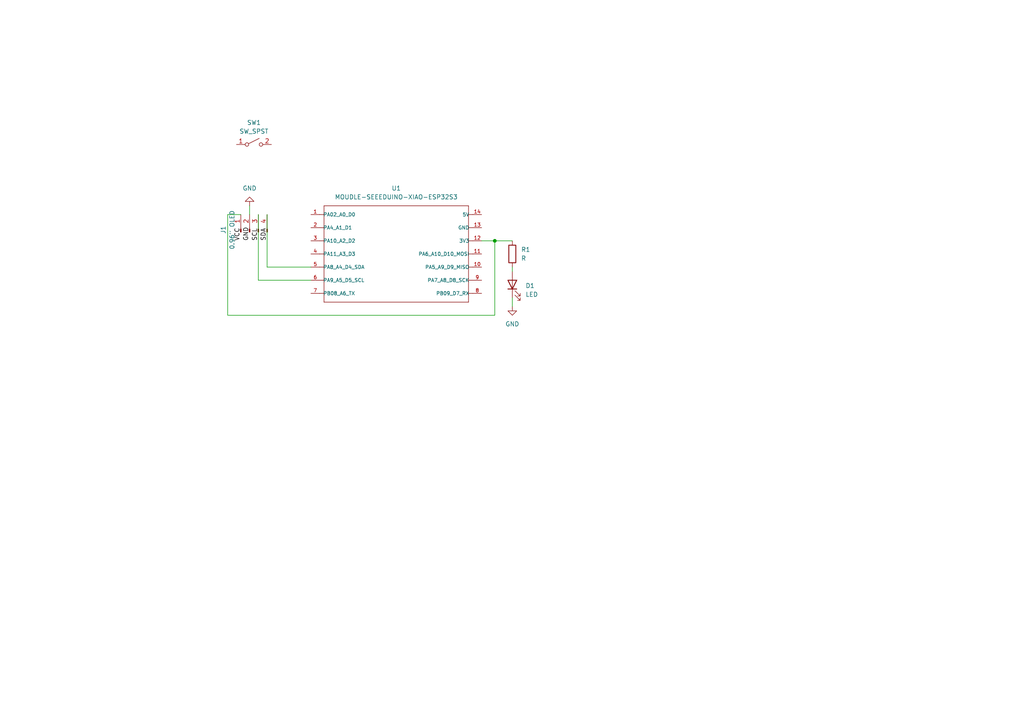
<source format=kicad_sch>
(kicad_sch (version 20230121) (generator eeschema)

  (uuid f9118be9-4412-4de0-ae6d-be2e07e24b34)

  (paper "A4")

  (lib_symbols
    (symbol "Connector:Conn_01x04_Pin" (pin_names (offset 1.016) hide) (in_bom yes) (on_board yes)
      (property "Reference" "J" (at 0 5.08 0)
        (effects (font (size 1.27 1.27)))
      )
      (property "Value" "Conn_01x04_Pin" (at 0 -7.62 0)
        (effects (font (size 1.27 1.27)))
      )
      (property "Footprint" "" (at 0 0 0)
        (effects (font (size 1.27 1.27)) hide)
      )
      (property "Datasheet" "~" (at 0 0 0)
        (effects (font (size 1.27 1.27)) hide)
      )
      (property "ki_locked" "" (at 0 0 0)
        (effects (font (size 1.27 1.27)))
      )
      (property "ki_keywords" "connector" (at 0 0 0)
        (effects (font (size 1.27 1.27)) hide)
      )
      (property "ki_description" "Generic connector, single row, 01x04, script generated" (at 0 0 0)
        (effects (font (size 1.27 1.27)) hide)
      )
      (property "ki_fp_filters" "Connector*:*_1x??_*" (at 0 0 0)
        (effects (font (size 1.27 1.27)) hide)
      )
      (symbol "Conn_01x04_Pin_1_1"
        (polyline
          (pts
            (xy 1.27 -5.08)
            (xy 0.8636 -5.08)
          )
          (stroke (width 0.1524) (type default))
          (fill (type none))
        )
        (polyline
          (pts
            (xy 1.27 -2.54)
            (xy 0.8636 -2.54)
          )
          (stroke (width 0.1524) (type default))
          (fill (type none))
        )
        (polyline
          (pts
            (xy 1.27 0)
            (xy 0.8636 0)
          )
          (stroke (width 0.1524) (type default))
          (fill (type none))
        )
        (polyline
          (pts
            (xy 1.27 2.54)
            (xy 0.8636 2.54)
          )
          (stroke (width 0.1524) (type default))
          (fill (type none))
        )
        (rectangle (start 0.8636 -4.953) (end 0 -5.207)
          (stroke (width 0.1524) (type default))
          (fill (type outline))
        )
        (rectangle (start 0.8636 -2.413) (end 0 -2.667)
          (stroke (width 0.1524) (type default))
          (fill (type outline))
        )
        (rectangle (start 0.8636 0.127) (end 0 -0.127)
          (stroke (width 0.1524) (type default))
          (fill (type outline))
        )
        (rectangle (start 0.8636 2.667) (end 0 2.413)
          (stroke (width 0.1524) (type default))
          (fill (type outline))
        )
        (pin passive line (at 5.08 2.54 180) (length 3.81)
          (name "Pin_1" (effects (font (size 1.27 1.27))))
          (number "1" (effects (font (size 1.27 1.27))))
        )
        (pin passive line (at 5.08 0 180) (length 3.81)
          (name "Pin_2" (effects (font (size 1.27 1.27))))
          (number "2" (effects (font (size 1.27 1.27))))
        )
        (pin passive line (at 5.08 -2.54 180) (length 3.81)
          (name "Pin_3" (effects (font (size 1.27 1.27))))
          (number "3" (effects (font (size 1.27 1.27))))
        )
        (pin passive line (at 5.08 -5.08 180) (length 3.81)
          (name "Pin_4" (effects (font (size 1.27 1.27))))
          (number "4" (effects (font (size 1.27 1.27))))
        )
      )
    )
    (symbol "Device:LED" (pin_numbers hide) (pin_names (offset 1.016) hide) (in_bom yes) (on_board yes)
      (property "Reference" "D" (at 0 2.54 0)
        (effects (font (size 1.27 1.27)))
      )
      (property "Value" "LED" (at 0 -2.54 0)
        (effects (font (size 1.27 1.27)))
      )
      (property "Footprint" "" (at 0 0 0)
        (effects (font (size 1.27 1.27)) hide)
      )
      (property "Datasheet" "~" (at 0 0 0)
        (effects (font (size 1.27 1.27)) hide)
      )
      (property "ki_keywords" "LED diode" (at 0 0 0)
        (effects (font (size 1.27 1.27)) hide)
      )
      (property "ki_description" "Light emitting diode" (at 0 0 0)
        (effects (font (size 1.27 1.27)) hide)
      )
      (property "ki_fp_filters" "LED* LED_SMD:* LED_THT:*" (at 0 0 0)
        (effects (font (size 1.27 1.27)) hide)
      )
      (symbol "LED_0_1"
        (polyline
          (pts
            (xy -1.27 -1.27)
            (xy -1.27 1.27)
          )
          (stroke (width 0.254) (type default))
          (fill (type none))
        )
        (polyline
          (pts
            (xy -1.27 0)
            (xy 1.27 0)
          )
          (stroke (width 0) (type default))
          (fill (type none))
        )
        (polyline
          (pts
            (xy 1.27 -1.27)
            (xy 1.27 1.27)
            (xy -1.27 0)
            (xy 1.27 -1.27)
          )
          (stroke (width 0.254) (type default))
          (fill (type none))
        )
        (polyline
          (pts
            (xy -3.048 -0.762)
            (xy -4.572 -2.286)
            (xy -3.81 -2.286)
            (xy -4.572 -2.286)
            (xy -4.572 -1.524)
          )
          (stroke (width 0) (type default))
          (fill (type none))
        )
        (polyline
          (pts
            (xy -1.778 -0.762)
            (xy -3.302 -2.286)
            (xy -2.54 -2.286)
            (xy -3.302 -2.286)
            (xy -3.302 -1.524)
          )
          (stroke (width 0) (type default))
          (fill (type none))
        )
      )
      (symbol "LED_1_1"
        (pin passive line (at -3.81 0 0) (length 2.54)
          (name "K" (effects (font (size 1.27 1.27))))
          (number "1" (effects (font (size 1.27 1.27))))
        )
        (pin passive line (at 3.81 0 180) (length 2.54)
          (name "A" (effects (font (size 1.27 1.27))))
          (number "2" (effects (font (size 1.27 1.27))))
        )
      )
    )
    (symbol "Device:R" (pin_numbers hide) (pin_names (offset 0)) (in_bom yes) (on_board yes)
      (property "Reference" "R" (at 2.032 0 90)
        (effects (font (size 1.27 1.27)))
      )
      (property "Value" "R" (at 0 0 90)
        (effects (font (size 1.27 1.27)))
      )
      (property "Footprint" "" (at -1.778 0 90)
        (effects (font (size 1.27 1.27)) hide)
      )
      (property "Datasheet" "~" (at 0 0 0)
        (effects (font (size 1.27 1.27)) hide)
      )
      (property "ki_keywords" "R res resistor" (at 0 0 0)
        (effects (font (size 1.27 1.27)) hide)
      )
      (property "ki_description" "Resistor" (at 0 0 0)
        (effects (font (size 1.27 1.27)) hide)
      )
      (property "ki_fp_filters" "R_*" (at 0 0 0)
        (effects (font (size 1.27 1.27)) hide)
      )
      (symbol "R_0_1"
        (rectangle (start -1.016 -2.54) (end 1.016 2.54)
          (stroke (width 0.254) (type default))
          (fill (type none))
        )
      )
      (symbol "R_1_1"
        (pin passive line (at 0 3.81 270) (length 1.27)
          (name "~" (effects (font (size 1.27 1.27))))
          (number "1" (effects (font (size 1.27 1.27))))
        )
        (pin passive line (at 0 -3.81 90) (length 1.27)
          (name "~" (effects (font (size 1.27 1.27))))
          (number "2" (effects (font (size 1.27 1.27))))
        )
      )
    )
    (symbol "Switch:SW_SPST" (pin_names (offset 0) hide) (in_bom yes) (on_board yes)
      (property "Reference" "SW" (at 0 3.175 0)
        (effects (font (size 1.27 1.27)))
      )
      (property "Value" "SW_SPST" (at 0 -2.54 0)
        (effects (font (size 1.27 1.27)))
      )
      (property "Footprint" "" (at 0 0 0)
        (effects (font (size 1.27 1.27)) hide)
      )
      (property "Datasheet" "~" (at 0 0 0)
        (effects (font (size 1.27 1.27)) hide)
      )
      (property "ki_keywords" "switch lever" (at 0 0 0)
        (effects (font (size 1.27 1.27)) hide)
      )
      (property "ki_description" "Single Pole Single Throw (SPST) switch" (at 0 0 0)
        (effects (font (size 1.27 1.27)) hide)
      )
      (symbol "SW_SPST_0_0"
        (circle (center -2.032 0) (radius 0.508)
          (stroke (width 0) (type default))
          (fill (type none))
        )
        (polyline
          (pts
            (xy -1.524 0.254)
            (xy 1.524 1.778)
          )
          (stroke (width 0) (type default))
          (fill (type none))
        )
        (circle (center 2.032 0) (radius 0.508)
          (stroke (width 0) (type default))
          (fill (type none))
        )
      )
      (symbol "SW_SPST_1_1"
        (pin passive line (at -5.08 0 0) (length 2.54)
          (name "A" (effects (font (size 1.27 1.27))))
          (number "1" (effects (font (size 1.27 1.27))))
        )
        (pin passive line (at 5.08 0 180) (length 2.54)
          (name "B" (effects (font (size 1.27 1.27))))
          (number "2" (effects (font (size 1.27 1.27))))
        )
      )
    )
    (symbol "XIAO ESP32 S3:MOUDLE-SEEEDUINO-XIAO-ESP32S3" (pin_names (offset 1.016)) (in_bom yes) (on_board yes)
      (property "Reference" "U" (at -21.59 15.24 0)
        (effects (font (size 1.27 1.27)) (justify left bottom))
      )
      (property "Value" "MOUDLE-SEEEDUINO-XIAO-ESP32S3" (at -21.59 13.97 0)
        (effects (font (size 1.27 1.27)) (justify left bottom))
      )
      (property "Footprint" "MOUDLE14P-SMD-2.54-21X17.8MM" (at 0 0 0)
        (effects (font (size 1.27 1.27)) (justify bottom) hide)
      )
      (property "Datasheet" "" (at 0 0 0)
        (effects (font (size 1.27 1.27)) hide)
      )
      (symbol "MOUDLE-SEEEDUINO-XIAO-ESP32S3_0_0"
        (polyline
          (pts
            (xy -21.59 -13.97)
            (xy -21.59 0)
          )
          (stroke (width 0.1524) (type default))
          (fill (type none))
        )
        (polyline
          (pts
            (xy -21.59 -11.43)
            (xy -22.86 -11.43)
          )
          (stroke (width 0.1524) (type default))
          (fill (type none))
        )
        (polyline
          (pts
            (xy -21.59 -7.62)
            (xy -22.86 -7.62)
          )
          (stroke (width 0.1524) (type default))
          (fill (type none))
        )
        (polyline
          (pts
            (xy -21.59 -3.81)
            (xy -22.86 -3.81)
          )
          (stroke (width 0.1524) (type default))
          (fill (type none))
        )
        (polyline
          (pts
            (xy -21.59 0)
            (xy -22.86 0)
          )
          (stroke (width 0.1524) (type default))
          (fill (type none))
        )
        (polyline
          (pts
            (xy -21.59 0)
            (xy -21.59 3.81)
          )
          (stroke (width 0.1524) (type default))
          (fill (type none))
        )
        (polyline
          (pts
            (xy -21.59 3.81)
            (xy -22.86 3.81)
          )
          (stroke (width 0.1524) (type default))
          (fill (type none))
        )
        (polyline
          (pts
            (xy -21.59 3.81)
            (xy -21.59 7.62)
          )
          (stroke (width 0.1524) (type default))
          (fill (type none))
        )
        (polyline
          (pts
            (xy -21.59 7.62)
            (xy -22.86 7.62)
          )
          (stroke (width 0.1524) (type default))
          (fill (type none))
        )
        (polyline
          (pts
            (xy -21.59 7.62)
            (xy -21.59 11.43)
          )
          (stroke (width 0.1524) (type default))
          (fill (type none))
        )
        (polyline
          (pts
            (xy -21.59 11.43)
            (xy -22.86 11.43)
          )
          (stroke (width 0.1524) (type default))
          (fill (type none))
        )
        (polyline
          (pts
            (xy -21.59 11.43)
            (xy -21.59 13.97)
          )
          (stroke (width 0.1524) (type default))
          (fill (type none))
        )
        (polyline
          (pts
            (xy -21.59 13.97)
            (xy 20.32 13.97)
          )
          (stroke (width 0.1524) (type default))
          (fill (type none))
        )
        (polyline
          (pts
            (xy 20.32 -13.97)
            (xy -21.59 -13.97)
          )
          (stroke (width 0.1524) (type default))
          (fill (type none))
        )
        (polyline
          (pts
            (xy 20.32 3.81)
            (xy 20.32 -13.97)
          )
          (stroke (width 0.1524) (type default))
          (fill (type none))
        )
        (polyline
          (pts
            (xy 20.32 7.62)
            (xy 20.32 3.81)
          )
          (stroke (width 0.1524) (type default))
          (fill (type none))
        )
        (polyline
          (pts
            (xy 20.32 11.43)
            (xy 20.32 7.62)
          )
          (stroke (width 0.1524) (type default))
          (fill (type none))
        )
        (polyline
          (pts
            (xy 20.32 13.97)
            (xy 20.32 11.43)
          )
          (stroke (width 0.1524) (type default))
          (fill (type none))
        )
        (polyline
          (pts
            (xy 21.59 -11.43)
            (xy 20.32 -11.43)
          )
          (stroke (width 0.1524) (type default))
          (fill (type none))
        )
        (polyline
          (pts
            (xy 21.59 -7.62)
            (xy 20.32 -7.62)
          )
          (stroke (width 0.1524) (type default))
          (fill (type none))
        )
        (polyline
          (pts
            (xy 21.59 -3.81)
            (xy 20.32 -3.81)
          )
          (stroke (width 0.1524) (type default))
          (fill (type none))
        )
        (polyline
          (pts
            (xy 21.59 0)
            (xy 20.32 0)
          )
          (stroke (width 0.1524) (type default))
          (fill (type none))
        )
        (polyline
          (pts
            (xy 21.59 3.81)
            (xy 20.32 3.81)
          )
          (stroke (width 0.1524) (type default))
          (fill (type none))
        )
        (polyline
          (pts
            (xy 21.59 7.62)
            (xy 20.32 7.62)
          )
          (stroke (width 0.1524) (type default))
          (fill (type none))
        )
        (polyline
          (pts
            (xy 21.59 11.43)
            (xy 20.32 11.43)
          )
          (stroke (width 0.1524) (type default))
          (fill (type none))
        )
        (pin bidirectional line (at -25.4 11.43 0) (length 2.54)
          (name "PA02_A0_D0" (effects (font (size 1.016 1.016))))
          (number "1" (effects (font (size 1.016 1.016))))
        )
        (pin bidirectional line (at 24.13 -3.81 180) (length 2.54)
          (name "PA5_A9_D9_MISO" (effects (font (size 1.016 1.016))))
          (number "10" (effects (font (size 1.016 1.016))))
        )
        (pin bidirectional line (at 24.13 0 180) (length 2.54)
          (name "PA6_A10_D10_MOSI" (effects (font (size 1.016 1.016))))
          (number "11" (effects (font (size 1.016 1.016))))
        )
        (pin bidirectional line (at 24.13 3.81 180) (length 2.54)
          (name "3V3" (effects (font (size 1.016 1.016))))
          (number "12" (effects (font (size 1.016 1.016))))
        )
        (pin bidirectional line (at 24.13 7.62 180) (length 2.54)
          (name "GND" (effects (font (size 1.016 1.016))))
          (number "13" (effects (font (size 1.016 1.016))))
        )
        (pin bidirectional line (at 24.13 11.43 180) (length 2.54)
          (name "5V" (effects (font (size 1.016 1.016))))
          (number "14" (effects (font (size 1.016 1.016))))
        )
        (pin bidirectional line (at -25.4 7.62 0) (length 2.54)
          (name "PA4_A1_D1" (effects (font (size 1.016 1.016))))
          (number "2" (effects (font (size 1.016 1.016))))
        )
        (pin bidirectional line (at -25.4 3.81 0) (length 2.54)
          (name "PA10_A2_D2" (effects (font (size 1.016 1.016))))
          (number "3" (effects (font (size 1.016 1.016))))
        )
        (pin bidirectional line (at -25.4 0 0) (length 2.54)
          (name "PA11_A3_D3" (effects (font (size 1.016 1.016))))
          (number "4" (effects (font (size 1.016 1.016))))
        )
        (pin bidirectional line (at -25.4 -3.81 0) (length 2.54)
          (name "PA8_A4_D4_SDA" (effects (font (size 1.016 1.016))))
          (number "5" (effects (font (size 1.016 1.016))))
        )
        (pin bidirectional line (at -25.4 -7.62 0) (length 2.54)
          (name "PA9_A5_D5_SCL" (effects (font (size 1.016 1.016))))
          (number "6" (effects (font (size 1.016 1.016))))
        )
        (pin bidirectional line (at -25.4 -11.43 0) (length 2.54)
          (name "PB08_A6_TX" (effects (font (size 1.016 1.016))))
          (number "7" (effects (font (size 1.016 1.016))))
        )
        (pin bidirectional line (at 24.13 -11.43 180) (length 2.54)
          (name "PB09_D7_RX" (effects (font (size 1.016 1.016))))
          (number "8" (effects (font (size 1.016 1.016))))
        )
        (pin bidirectional line (at 24.13 -7.62 180) (length 2.54)
          (name "PA7_A8_D8_SCK" (effects (font (size 1.016 1.016))))
          (number "9" (effects (font (size 1.016 1.016))))
        )
      )
    )
    (symbol "power:GND" (power) (pin_names (offset 0)) (in_bom yes) (on_board yes)
      (property "Reference" "#PWR" (at 0 -6.35 0)
        (effects (font (size 1.27 1.27)) hide)
      )
      (property "Value" "GND" (at 0 -3.81 0)
        (effects (font (size 1.27 1.27)))
      )
      (property "Footprint" "" (at 0 0 0)
        (effects (font (size 1.27 1.27)) hide)
      )
      (property "Datasheet" "" (at 0 0 0)
        (effects (font (size 1.27 1.27)) hide)
      )
      (property "ki_keywords" "global power" (at 0 0 0)
        (effects (font (size 1.27 1.27)) hide)
      )
      (property "ki_description" "Power symbol creates a global label with name \"GND\" , ground" (at 0 0 0)
        (effects (font (size 1.27 1.27)) hide)
      )
      (symbol "GND_0_1"
        (polyline
          (pts
            (xy 0 0)
            (xy 0 -1.27)
            (xy 1.27 -1.27)
            (xy 0 -2.54)
            (xy -1.27 -1.27)
            (xy 0 -1.27)
          )
          (stroke (width 0) (type default))
          (fill (type none))
        )
      )
      (symbol "GND_1_1"
        (pin power_in line (at 0 0 270) (length 0) hide
          (name "GND" (effects (font (size 1.27 1.27))))
          (number "1" (effects (font (size 1.27 1.27))))
        )
      )
    )
  )

  (junction (at 143.51 69.85) (diameter 0) (color 0 0 0 0)
    (uuid 21d1f2ac-b9ab-485e-bdf0-68edb31c3a62)
  )

  (wire (pts (xy 74.93 62.23) (xy 74.93 81.28))
    (stroke (width 0) (type default))
    (uuid 105b9d73-8b7a-4a41-ac50-39247f6a8ecd)
  )
  (wire (pts (xy 143.51 69.85) (xy 148.59 69.85))
    (stroke (width 0) (type default))
    (uuid 17fc8d71-0d3f-43a3-8f2b-1db6b7eb2399)
  )
  (wire (pts (xy 66.04 91.44) (xy 66.04 62.23))
    (stroke (width 0) (type default))
    (uuid 4a4eb969-66ae-40d5-bae9-7c52ad79299d)
  )
  (wire (pts (xy 143.51 91.44) (xy 66.04 91.44))
    (stroke (width 0) (type default))
    (uuid 66362cb3-2008-416f-95e1-4752ae0a9296)
  )
  (wire (pts (xy 148.59 86.36) (xy 148.59 88.9))
    (stroke (width 0) (type default))
    (uuid 7040ac95-bfb4-4bff-a850-6d74fb241199)
  )
  (wire (pts (xy 66.04 62.23) (xy 69.85 62.23))
    (stroke (width 0) (type default))
    (uuid 70c836b5-a737-4179-b6e5-76db4c4fee30)
  )
  (wire (pts (xy 148.59 77.47) (xy 148.59 78.74))
    (stroke (width 0) (type default))
    (uuid 7c2e84db-570a-42c1-b81e-7e945bacb0fa)
  )
  (wire (pts (xy 72.39 59.69) (xy 72.39 62.23))
    (stroke (width 0) (type default))
    (uuid 95c5de0f-26db-4a3d-abed-a7434caf8e2f)
  )
  (wire (pts (xy 143.51 69.85) (xy 143.51 91.44))
    (stroke (width 0) (type default))
    (uuid 99df36f9-4ebb-4f32-9f5a-95f9b0318a8d)
  )
  (wire (pts (xy 90.17 77.47) (xy 77.47 77.47))
    (stroke (width 0) (type default))
    (uuid ad13fbec-9dfd-4c82-8421-456a5b5456f1)
  )
  (wire (pts (xy 139.7 69.85) (xy 143.51 69.85))
    (stroke (width 0) (type default))
    (uuid b433d715-c02b-4cc8-aaa7-aabaaf9afb11)
  )
  (wire (pts (xy 77.47 62.23) (xy 77.47 77.47))
    (stroke (width 0) (type default))
    (uuid bdb3789e-398d-4fed-89c0-77ae0022a30c)
  )
  (wire (pts (xy 74.93 81.28) (xy 90.17 81.28))
    (stroke (width 0) (type default))
    (uuid d4198b94-41bd-470d-9426-de703455e972)
  )

  (label "GND" (at 72.39 69.85 90) (fields_autoplaced)
    (effects (font (size 1.27 1.27)) (justify left bottom))
    (uuid 1c6e406f-d0c0-4c67-90d6-7228aefd1d4a)
  )
  (label "SDA" (at 77.47 69.85 90) (fields_autoplaced)
    (effects (font (size 1.27 1.27)) (justify left bottom))
    (uuid 62abd5a7-aeae-4c8b-ae48-d058fd585086)
  )
  (label "SCL" (at 74.93 69.85 90) (fields_autoplaced)
    (effects (font (size 1.27 1.27)) (justify left bottom))
    (uuid bd092412-a504-4cd6-b917-699e4253caee)
  )
  (label "VCC" (at 69.85 69.85 90) (fields_autoplaced)
    (effects (font (size 1.27 1.27)) (justify left bottom))
    (uuid e8d30b9a-644b-49a2-a505-99e34aa7e2b5)
  )

  (symbol (lib_id "Device:R") (at 148.59 73.66 0) (unit 1)
    (in_bom yes) (on_board yes) (dnp no) (fields_autoplaced)
    (uuid 03e852ec-6d8a-4bb9-82d3-5523a395d76c)
    (property "Reference" "R1" (at 151.13 72.39 0)
      (effects (font (size 1.27 1.27)) (justify left))
    )
    (property "Value" "R" (at 151.13 74.93 0)
      (effects (font (size 1.27 1.27)) (justify left))
    )
    (property "Footprint" "Resistor_SMD:R_0603_1608Metric_Pad0.98x0.95mm_HandSolder" (at 146.812 73.66 90)
      (effects (font (size 1.27 1.27)) hide)
    )
    (property "Datasheet" "~" (at 148.59 73.66 0)
      (effects (font (size 1.27 1.27)) hide)
    )
    (pin "1" (uuid 1f896276-ae0b-4797-baf4-d2e5cde12e4f))
    (pin "2" (uuid 57c29732-988e-4174-bf0c-3770d478198b))
    (instances
      (project "Private Weather Station"
        (path "/f9118be9-4412-4de0-ae6d-be2e07e24b34"
          (reference "R1") (unit 1)
        )
      )
    )
  )

  (symbol (lib_id "Switch:SW_SPST") (at 73.66 41.91 0) (unit 1)
    (in_bom yes) (on_board yes) (dnp no) (fields_autoplaced)
    (uuid 459d5cec-87d1-4172-93b9-1dd3b8d9c566)
    (property "Reference" "SW1" (at 73.66 35.56 0)
      (effects (font (size 1.27 1.27)))
    )
    (property "Value" "SW_SPST" (at 73.66 38.1 0)
      (effects (font (size 1.27 1.27)))
    )
    (property "Footprint" "" (at 73.66 41.91 0)
      (effects (font (size 1.27 1.27)) hide)
    )
    (property "Datasheet" "~" (at 73.66 41.91 0)
      (effects (font (size 1.27 1.27)) hide)
    )
    (pin "1" (uuid f0b6fdd8-b5d7-49d4-aa22-e3ac938a264d))
    (pin "2" (uuid a1e799cf-23f7-4c95-9ea1-0e812070267b))
    (instances
      (project "Private Weather Station"
        (path "/f9118be9-4412-4de0-ae6d-be2e07e24b34"
          (reference "SW1") (unit 1)
        )
      )
    )
  )

  (symbol (lib_id "power:GND") (at 72.39 59.69 180) (unit 1)
    (in_bom yes) (on_board yes) (dnp no) (fields_autoplaced)
    (uuid 54b20834-e63d-4a31-9100-0f8ca3fc4319)
    (property "Reference" "#PWR02" (at 72.39 53.34 0)
      (effects (font (size 1.27 1.27)) hide)
    )
    (property "Value" "GND" (at 72.39 54.61 0)
      (effects (font (size 1.27 1.27)))
    )
    (property "Footprint" "" (at 72.39 59.69 0)
      (effects (font (size 1.27 1.27)) hide)
    )
    (property "Datasheet" "" (at 72.39 59.69 0)
      (effects (font (size 1.27 1.27)) hide)
    )
    (pin "1" (uuid 3af0ece6-d9db-4599-9857-884145cd167f))
    (instances
      (project "Private Weather Station"
        (path "/f9118be9-4412-4de0-ae6d-be2e07e24b34"
          (reference "#PWR02") (unit 1)
        )
      )
    )
  )

  (symbol (lib_id "Device:LED") (at 148.59 82.55 90) (unit 1)
    (in_bom yes) (on_board yes) (dnp no) (fields_autoplaced)
    (uuid 58a5fbc5-6aec-4999-8664-0ad91b2cf4cc)
    (property "Reference" "D1" (at 152.4 82.8675 90)
      (effects (font (size 1.27 1.27)) (justify right))
    )
    (property "Value" "LED" (at 152.4 85.4075 90)
      (effects (font (size 1.27 1.27)) (justify right))
    )
    (property "Footprint" "" (at 148.59 82.55 0)
      (effects (font (size 1.27 1.27)) hide)
    )
    (property "Datasheet" "~" (at 148.59 82.55 0)
      (effects (font (size 1.27 1.27)) hide)
    )
    (pin "1" (uuid 97ad6bfd-f09d-437f-bc5d-c31a2d47a80d))
    (pin "2" (uuid 96a77104-b17c-44d0-b2e0-e4c8812a3963))
    (instances
      (project "Private Weather Station"
        (path "/f9118be9-4412-4de0-ae6d-be2e07e24b34"
          (reference "D1") (unit 1)
        )
      )
    )
  )

  (symbol (lib_id "XIAO ESP32 S3:MOUDLE-SEEEDUINO-XIAO-ESP32S3") (at 115.57 73.66 0) (unit 1)
    (in_bom yes) (on_board yes) (dnp no) (fields_autoplaced)
    (uuid 801eda8b-f3c1-40fd-9145-269f0c3cfe59)
    (property "Reference" "U1" (at 114.935 54.61 0)
      (effects (font (size 1.27 1.27)))
    )
    (property "Value" "MOUDLE-SEEEDUINO-XIAO-ESP32S3" (at 114.935 57.15 0)
      (effects (font (size 1.27 1.27)))
    )
    (property "Footprint" "MOUDLE14P-SMD-2.54-21X17.8MM" (at 115.57 73.66 0)
      (effects (font (size 1.27 1.27)) (justify bottom) hide)
    )
    (property "Datasheet" "" (at 115.57 73.66 0)
      (effects (font (size 1.27 1.27)) hide)
    )
    (pin "1" (uuid d3596cae-9fd8-4e33-8e9b-93bc44a48c94))
    (pin "13" (uuid c581071d-1f37-4de6-808c-dcc4a7645f34))
    (pin "2" (uuid 27bfe2a3-b957-48a1-95bf-40cfdf05f842))
    (pin "6" (uuid de3b1426-9663-4acc-999b-c126bdb6f385))
    (pin "7" (uuid 523e673d-64a8-447b-bbc9-eac516cafca7))
    (pin "12" (uuid 41f6ed7e-08d7-4e47-be33-d0e9b9b15067))
    (pin "14" (uuid f0acbe5d-7966-4467-9fc1-7b311f9443c8))
    (pin "8" (uuid 0ad16edf-06cb-4c7d-90b2-1f7effb20f09))
    (pin "5" (uuid fffddfd0-0aae-4526-9a21-604f51edcdf5))
    (pin "3" (uuid 1628f798-91a0-432d-958b-89a6734c91ea))
    (pin "10" (uuid a49039ba-5f75-49b3-b398-276033b942b4))
    (pin "11" (uuid 72468536-a92f-4601-a353-2f933d1f42b6))
    (pin "4" (uuid 7a6062da-864e-4e46-b2ab-72a2354e92af))
    (pin "9" (uuid 90234ef3-e48d-4aba-b1d5-c10b91845500))
    (instances
      (project "Private Weather Station"
        (path "/f9118be9-4412-4de0-ae6d-be2e07e24b34"
          (reference "U1") (unit 1)
        )
      )
    )
  )

  (symbol (lib_id "power:GND") (at 148.59 88.9 0) (unit 1)
    (in_bom yes) (on_board yes) (dnp no) (fields_autoplaced)
    (uuid 80c5a66d-bcda-41e4-84d0-27fd57e6cd70)
    (property "Reference" "#PWR01" (at 148.59 95.25 0)
      (effects (font (size 1.27 1.27)) hide)
    )
    (property "Value" "GND" (at 148.59 93.98 0)
      (effects (font (size 1.27 1.27)))
    )
    (property "Footprint" "" (at 148.59 88.9 0)
      (effects (font (size 1.27 1.27)) hide)
    )
    (property "Datasheet" "" (at 148.59 88.9 0)
      (effects (font (size 1.27 1.27)) hide)
    )
    (pin "1" (uuid 032f8cf2-ca7f-42eb-8245-1de9badee013))
    (instances
      (project "Private Weather Station"
        (path "/f9118be9-4412-4de0-ae6d-be2e07e24b34"
          (reference "#PWR01") (unit 1)
        )
      )
    )
  )

  (symbol (lib_id "Connector:Conn_01x04_Pin") (at 72.39 67.31 90) (unit 1)
    (in_bom yes) (on_board yes) (dnp no)
    (uuid e864bcbd-7724-49a6-93bd-27c3f0ccae81)
    (property "Reference" "J1" (at 64.77 66.675 0)
      (effects (font (size 1.27 1.27)))
    )
    (property "Value" "0.96'' OLED" (at 67.31 66.675 0)
      (effects (font (size 1.27 1.27)))
    )
    (property "Footprint" "Connector_JST:JST_EH_B4B-EH-A_1x04_P2.50mm_Vertical" (at 72.39 67.31 0)
      (effects (font (size 1.27 1.27)) hide)
    )
    (property "Datasheet" "~" (at 72.39 67.31 0)
      (effects (font (size 1.27 1.27)) hide)
    )
    (pin "1" (uuid 5a1cf717-7866-4ce0-8777-84d903a6064d))
    (pin "3" (uuid 1c781da5-9d4e-4e48-8438-7bc658b5817f))
    (pin "4" (uuid 8c3de6b2-26ea-4205-b2f9-31896bab74dd))
    (pin "2" (uuid 0ab28f34-a4ab-454a-948c-1564bd6d313b))
    (instances
      (project "Private Weather Station"
        (path "/f9118be9-4412-4de0-ae6d-be2e07e24b34"
          (reference "J1") (unit 1)
        )
      )
    )
  )

  (sheet_instances
    (path "/" (page "1"))
  )
)

</source>
